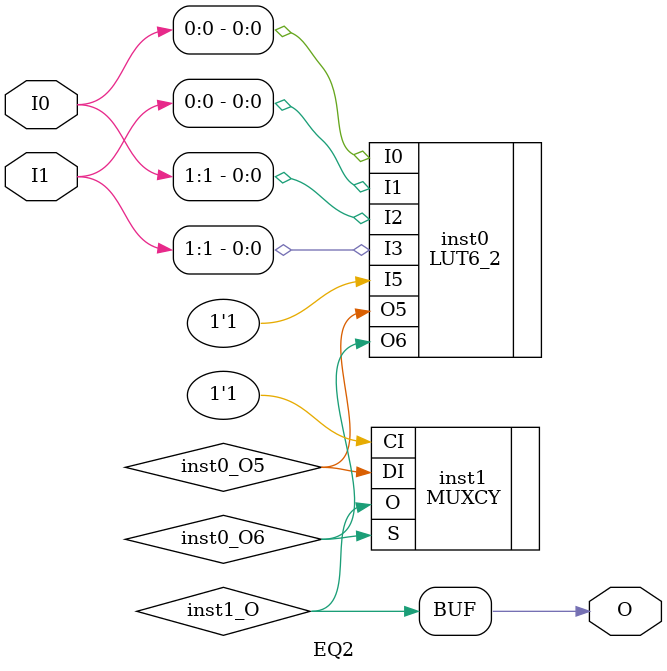
<source format=v>
module EQ2 (input [1:0] I0, input [1:0] I1, output  O);
wire  inst0_O5;
wire  inst0_O6;
wire  inst1_O;
LUT6_2 #(.INIT(64'h9009900990099009)) inst0 (.I0(I0[0]), .I1(I1[0]), .I2(I0[1]), .I3(I1[1]), .I5(1'b1), .O5(inst0_O5), .O6(inst0_O6));
MUXCY inst1 (.DI(inst0_O5), .CI(1'b1), .S(inst0_O6), .O(inst1_O));
assign O = inst1_O;
endmodule


</source>
